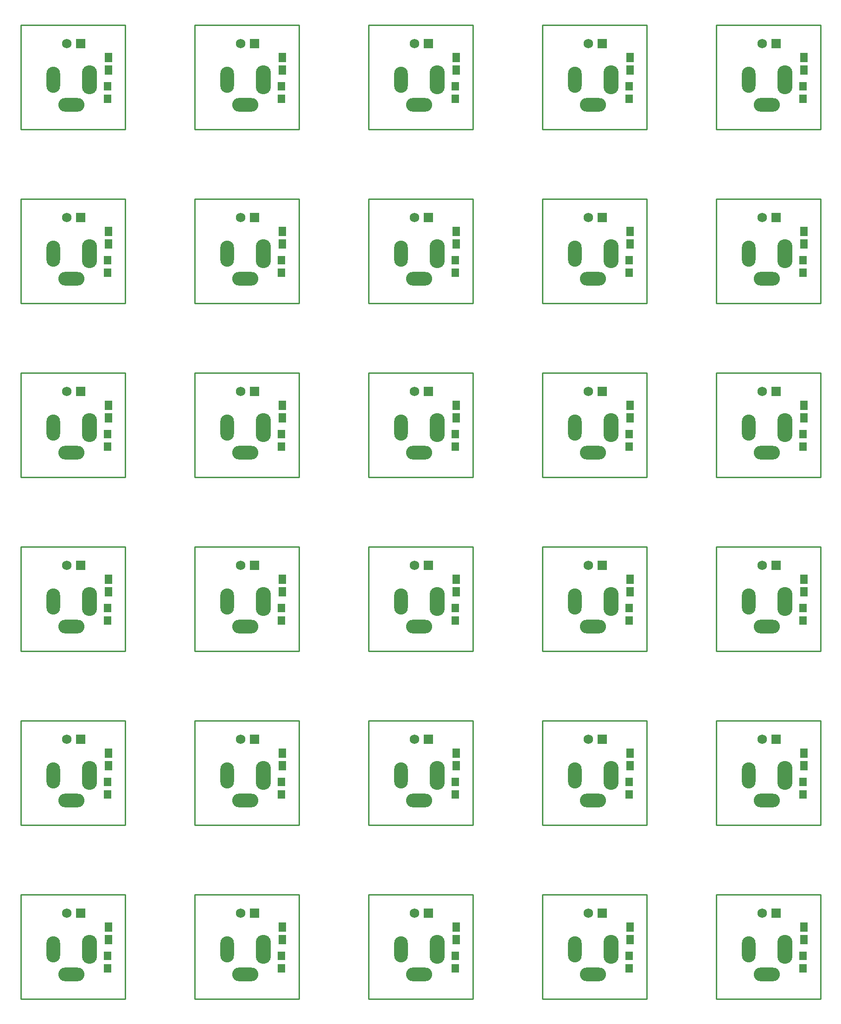
<source format=gts>
G04*
G04 #@! TF.GenerationSoftware,Altium Limited,Altium Designer,20.0.13 (296)*
G04*
G04 Layer_Color=8388736*
%FSLAX25Y25*%
%MOIN*%
G70*
G01*
G75*
%ADD12C,0.01000*%
%ADD21R,0.05300X0.06300*%
%ADD22R,0.05800X0.06800*%
%ADD23R,0.06800X0.06800*%
%ADD24C,0.06800*%
%ADD25O,0.09800X0.18800*%
%ADD26O,0.18800X0.09800*%
%ADD27O,0.10800X0.20800*%
D12*
X0Y0D02*
Y75000D01*
X75000D01*
Y0D02*
Y75000D01*
X0Y0D02*
X75000D01*
X125000D02*
Y75000D01*
X200000D01*
Y0D02*
Y75000D01*
X125000Y0D02*
X200000D01*
X250000D02*
Y75000D01*
X325000D01*
Y0D02*
Y75000D01*
X250000Y0D02*
X325000D01*
X375000D02*
Y75000D01*
X450000D01*
Y0D02*
Y75000D01*
X375000Y0D02*
X450000D01*
X500000D02*
Y75000D01*
X575000D01*
Y0D02*
Y75000D01*
X500000Y0D02*
X575000D01*
X0Y125000D02*
Y200000D01*
X75000D01*
Y125000D02*
Y200000D01*
X0Y125000D02*
X75000D01*
X125000D02*
Y200000D01*
X200000D01*
Y125000D02*
Y200000D01*
X125000Y125000D02*
X200000D01*
X250000D02*
Y200000D01*
X325000D01*
Y125000D02*
Y200000D01*
X250000Y125000D02*
X325000D01*
X375000D02*
Y200000D01*
X450000D01*
Y125000D02*
Y200000D01*
X375000Y125000D02*
X450000D01*
X500000D02*
Y200000D01*
X575000D01*
Y125000D02*
Y200000D01*
X500000Y125000D02*
X575000D01*
X0Y250000D02*
Y325000D01*
X75000D01*
Y250000D02*
Y325000D01*
X0Y250000D02*
X75000D01*
X125000D02*
Y325000D01*
X200000D01*
Y250000D02*
Y325000D01*
X125000Y250000D02*
X200000D01*
X250000D02*
Y325000D01*
X325000D01*
Y250000D02*
Y325000D01*
X250000Y250000D02*
X325000D01*
X375000D02*
Y325000D01*
X450000D01*
Y250000D02*
Y325000D01*
X375000Y250000D02*
X450000D01*
X500000D02*
Y325000D01*
X575000D01*
Y250000D02*
Y325000D01*
X500000Y250000D02*
X575000D01*
X0Y375000D02*
Y450000D01*
X75000D01*
Y375000D02*
Y450000D01*
X0Y375000D02*
X75000D01*
X125000D02*
Y450000D01*
X200000D01*
Y375000D02*
Y450000D01*
X125000Y375000D02*
X200000D01*
X250000D02*
Y450000D01*
X325000D01*
Y375000D02*
Y450000D01*
X250000Y375000D02*
X325000D01*
X375000D02*
Y450000D01*
X450000D01*
Y375000D02*
Y450000D01*
X375000Y375000D02*
X450000D01*
X500000D02*
Y450000D01*
X575000D01*
Y375000D02*
Y450000D01*
X500000Y375000D02*
X575000D01*
X0Y500000D02*
Y575000D01*
X75000D01*
Y500000D02*
Y575000D01*
X0Y500000D02*
X75000D01*
X125000D02*
Y575000D01*
X200000D01*
Y500000D02*
Y575000D01*
X125000Y500000D02*
X200000D01*
X250000D02*
Y575000D01*
X325000D01*
Y500000D02*
Y575000D01*
X250000Y500000D02*
X325000D01*
X375000D02*
Y575000D01*
X450000D01*
Y500000D02*
Y575000D01*
X375000Y500000D02*
X450000D01*
X500000D02*
Y575000D01*
X575000D01*
Y500000D02*
Y575000D01*
X500000Y500000D02*
X575000D01*
X0Y625000D02*
Y700000D01*
X75000D01*
Y625000D02*
Y700000D01*
X0Y625000D02*
X75000D01*
X125000D02*
Y700000D01*
X200000D01*
Y625000D02*
Y700000D01*
X125000Y625000D02*
X200000D01*
X250000D02*
Y700000D01*
X325000D01*
Y625000D02*
Y700000D01*
X250000Y625000D02*
X325000D01*
X375000D02*
Y700000D01*
X450000D01*
Y625000D02*
Y700000D01*
X375000Y625000D02*
X450000D01*
X500000D02*
Y700000D01*
X575000D01*
Y625000D02*
Y700000D01*
X500000Y625000D02*
X575000D01*
D21*
X62500Y22000D02*
D03*
Y31000D02*
D03*
X187500Y22000D02*
D03*
Y31000D02*
D03*
X312500Y22000D02*
D03*
Y31000D02*
D03*
X437500Y22000D02*
D03*
Y31000D02*
D03*
X562500Y22000D02*
D03*
Y31000D02*
D03*
X62500Y147000D02*
D03*
Y156000D02*
D03*
X187500Y147000D02*
D03*
Y156000D02*
D03*
X312500Y147000D02*
D03*
Y156000D02*
D03*
X437500Y147000D02*
D03*
Y156000D02*
D03*
X562500Y147000D02*
D03*
Y156000D02*
D03*
X62500Y272000D02*
D03*
Y281000D02*
D03*
X187500Y272000D02*
D03*
Y281000D02*
D03*
X312500Y272000D02*
D03*
Y281000D02*
D03*
X437500Y272000D02*
D03*
Y281000D02*
D03*
X562500Y272000D02*
D03*
Y281000D02*
D03*
X62500Y397000D02*
D03*
Y406000D02*
D03*
X187500Y397000D02*
D03*
Y406000D02*
D03*
X312500Y397000D02*
D03*
Y406000D02*
D03*
X437500Y397000D02*
D03*
Y406000D02*
D03*
X562500Y397000D02*
D03*
Y406000D02*
D03*
X62500Y522000D02*
D03*
Y531000D02*
D03*
X187500Y522000D02*
D03*
Y531000D02*
D03*
X312500Y522000D02*
D03*
Y531000D02*
D03*
X437500Y522000D02*
D03*
Y531000D02*
D03*
X562500Y522000D02*
D03*
Y531000D02*
D03*
X62500Y647000D02*
D03*
Y656000D02*
D03*
X187500Y647000D02*
D03*
Y656000D02*
D03*
X312500Y647000D02*
D03*
Y656000D02*
D03*
X437500Y647000D02*
D03*
Y656000D02*
D03*
X562500Y647000D02*
D03*
Y656000D02*
D03*
D22*
X63000Y51500D02*
D03*
Y42500D02*
D03*
X188000Y51500D02*
D03*
Y42500D02*
D03*
X313000Y51500D02*
D03*
Y42500D02*
D03*
X438000Y51500D02*
D03*
Y42500D02*
D03*
X563000Y51500D02*
D03*
Y42500D02*
D03*
X63000Y176500D02*
D03*
Y167500D02*
D03*
X188000Y176500D02*
D03*
Y167500D02*
D03*
X313000Y176500D02*
D03*
Y167500D02*
D03*
X438000Y176500D02*
D03*
Y167500D02*
D03*
X563000Y176500D02*
D03*
Y167500D02*
D03*
X63000Y301500D02*
D03*
Y292500D02*
D03*
X188000Y301500D02*
D03*
Y292500D02*
D03*
X313000Y301500D02*
D03*
Y292500D02*
D03*
X438000Y301500D02*
D03*
Y292500D02*
D03*
X563000Y301500D02*
D03*
Y292500D02*
D03*
X63000Y426500D02*
D03*
Y417500D02*
D03*
X188000Y426500D02*
D03*
Y417500D02*
D03*
X313000Y426500D02*
D03*
Y417500D02*
D03*
X438000Y426500D02*
D03*
Y417500D02*
D03*
X563000Y426500D02*
D03*
Y417500D02*
D03*
X63000Y551500D02*
D03*
Y542500D02*
D03*
X188000Y551500D02*
D03*
Y542500D02*
D03*
X313000Y551500D02*
D03*
Y542500D02*
D03*
X438000Y551500D02*
D03*
Y542500D02*
D03*
X563000Y551500D02*
D03*
Y542500D02*
D03*
X63000Y676500D02*
D03*
Y667500D02*
D03*
X188000Y676500D02*
D03*
Y667500D02*
D03*
X313000Y676500D02*
D03*
Y667500D02*
D03*
X438000Y676500D02*
D03*
Y667500D02*
D03*
X563000Y676500D02*
D03*
Y667500D02*
D03*
D23*
X43000Y61500D02*
D03*
X168000D02*
D03*
X293000D02*
D03*
X418000D02*
D03*
X543000D02*
D03*
X43000Y186500D02*
D03*
X168000D02*
D03*
X293000D02*
D03*
X418000D02*
D03*
X543000D02*
D03*
X43000Y311500D02*
D03*
X168000D02*
D03*
X293000D02*
D03*
X418000D02*
D03*
X543000D02*
D03*
X43000Y436500D02*
D03*
X168000D02*
D03*
X293000D02*
D03*
X418000D02*
D03*
X543000D02*
D03*
X43000Y561500D02*
D03*
X168000D02*
D03*
X293000D02*
D03*
X418000D02*
D03*
X543000D02*
D03*
X43000Y686500D02*
D03*
X168000D02*
D03*
X293000D02*
D03*
X418000D02*
D03*
X543000D02*
D03*
D24*
X33000Y61500D02*
D03*
X158000D02*
D03*
X283000D02*
D03*
X408000D02*
D03*
X533000D02*
D03*
X33000Y186500D02*
D03*
X158000D02*
D03*
X283000D02*
D03*
X408000D02*
D03*
X533000D02*
D03*
X33000Y311500D02*
D03*
X158000D02*
D03*
X283000D02*
D03*
X408000D02*
D03*
X533000D02*
D03*
X33000Y436500D02*
D03*
X158000D02*
D03*
X283000D02*
D03*
X408000D02*
D03*
X533000D02*
D03*
X33000Y561500D02*
D03*
X158000D02*
D03*
X283000D02*
D03*
X408000D02*
D03*
X533000D02*
D03*
X33000Y686500D02*
D03*
X158000D02*
D03*
X283000D02*
D03*
X408000D02*
D03*
X533000D02*
D03*
D25*
X23500Y35500D02*
D03*
X148500D02*
D03*
X273500D02*
D03*
X398500D02*
D03*
X523500D02*
D03*
X23500Y160500D02*
D03*
X148500D02*
D03*
X273500D02*
D03*
X398500D02*
D03*
X523500D02*
D03*
X23500Y285500D02*
D03*
X148500D02*
D03*
X273500D02*
D03*
X398500D02*
D03*
X523500D02*
D03*
X23500Y410500D02*
D03*
X148500D02*
D03*
X273500D02*
D03*
X398500D02*
D03*
X523500D02*
D03*
X23500Y535500D02*
D03*
X148500D02*
D03*
X273500D02*
D03*
X398500D02*
D03*
X523500D02*
D03*
X23500Y660500D02*
D03*
X148500D02*
D03*
X273500D02*
D03*
X398500D02*
D03*
X523500D02*
D03*
D26*
X36500Y17500D02*
D03*
X161500D02*
D03*
X286500D02*
D03*
X411500D02*
D03*
X536500D02*
D03*
X36500Y142500D02*
D03*
X161500D02*
D03*
X286500D02*
D03*
X411500D02*
D03*
X536500D02*
D03*
X36500Y267500D02*
D03*
X161500D02*
D03*
X286500D02*
D03*
X411500D02*
D03*
X536500D02*
D03*
X36500Y392500D02*
D03*
X161500D02*
D03*
X286500D02*
D03*
X411500D02*
D03*
X536500D02*
D03*
X36500Y517500D02*
D03*
X161500D02*
D03*
X286500D02*
D03*
X411500D02*
D03*
X536500D02*
D03*
X36500Y642500D02*
D03*
X161500D02*
D03*
X286500D02*
D03*
X411500D02*
D03*
X536500D02*
D03*
D27*
X49500Y35500D02*
D03*
X174500D02*
D03*
X299500D02*
D03*
X424500D02*
D03*
X549500D02*
D03*
X49500Y160500D02*
D03*
X174500D02*
D03*
X299500D02*
D03*
X424500D02*
D03*
X549500D02*
D03*
X49500Y285500D02*
D03*
X174500D02*
D03*
X299500D02*
D03*
X424500D02*
D03*
X549500D02*
D03*
X49500Y410500D02*
D03*
X174500D02*
D03*
X299500D02*
D03*
X424500D02*
D03*
X549500D02*
D03*
X49500Y535500D02*
D03*
X174500D02*
D03*
X299500D02*
D03*
X424500D02*
D03*
X549500D02*
D03*
X49500Y660500D02*
D03*
X174500D02*
D03*
X299500D02*
D03*
X424500D02*
D03*
X549500D02*
D03*
M02*

</source>
